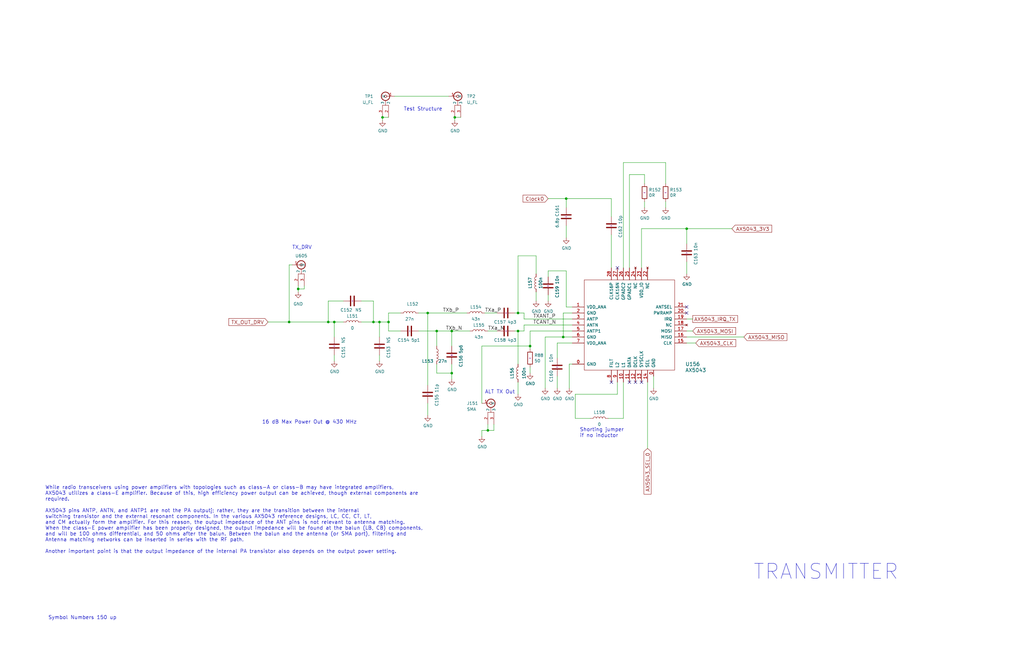
<source format=kicad_sch>
(kicad_sch (version 20230121) (generator eeschema)
  (paper "USLedger")
  (title_block (title "Radiation Tolerant PacSat Communication") (date "2023-06-17") (rev "A") (company "AMSAT-NA") (comment 1 "N5BRG"))
  (lib_symbols
    (symbol "Device:C" (pin_numbers hide) (pin_names (offset 0.254))
      (property "Reference" "C" (at 0.635 2.54 0))
      (property "Value" "C" (at 0.635 -2.54 0))
      (symbol "C_0_1"
        (polyline (pts (xy -2.032 -0.762) (xy 2.032 -0.762)) (stroke (width 0.508)))
        (polyline (pts (xy -2.032 0.762) (xy 2.032 0.762)) (stroke (width 0.508)))
      )
      (symbol "C_1_1"
        (pin passive line (at 0 3.81 270) (length 2.794) (name "~") (number "1"))
        (pin passive line (at 0 -3.81 90) (length 2.794) (name "~") (number "2"))
      )
    )
    (symbol "Device:L" (pin_numbers hide) (pin_names (offset 1.016) hide)
      (property "Reference" "L" (at -1.27 0 90))
      (property "Value" "L" (at 1.905 0 90))
      (symbol "L_0_1"
        (arc (start 0 -2.54) (mid 0.6323 -1.905) (end 0 -1.27))
        (arc (start 0 -1.27) (mid 0.6323 -0.635) (end 0 0))
        (arc (start 0 0) (mid 0.6323 0.635) (end 0 1.27))
        (arc (start 0 1.27) (mid 0.6323 1.905) (end 0 2.54))
      )
      (symbol "L_1_1"
        (pin passive line (at 0 3.81 270) (length 1.27) (name "1") (number "1"))
        (pin passive line (at 0 -3.81 90) (length 1.27) (name "2") (number "2"))
      )
    )
    (symbol "Device:R" (pin_numbers hide) (pin_names (offset 0))
      (property "Reference" "R" (at 2.032 0 90))
      (property "Value" "R" (at 0 0 90))
      (symbol "R_0_1"
        (rectangle (start -1.016 -2.54) (end 1.016 2.54) (stroke (width 0.254)))
      )
      (symbol "R_1_1"
        (pin passive line (at 0 3.81 270) (length 1.27) (name "~") (number "1"))
        (pin passive line (at 0 -3.81 90) (length 1.27) (name "~") (number "2"))
      )
    )
    (symbol "PACSAT_DEV_misc:AX5043" (pin_names (offset 1.016))
      (property "Reference" "U156" (at 16.51 -21.59 0))
      (property "Value" "AX5043" (at -5.08 0 0))
      (symbol "AX5043_0_1"
        (rectangle (start -19.05 19.05) (end 19.05 -19.05))
      )
      (symbol "AX5043_1_1"
        (pin passive line (at -24.13 -16.51 0) (length 5.08) (name "GND") (number "0"))
        (pin power_in line (at 10.16 -21.59 90) (length 2.54) (name "GND") (number "0"))
        (pin passive line (at -24.13 7.62 0) (length 5.08) (name "VDD_ANA") (number "1"))
        (pin passive line (at -2.54 -24.13 90) (length 5.08) (name "L1") (number "10"))
        (pin input line (at 0 -24.13 90) (length 5.08) (name "DATA") (number "11"))
        (pin input line (at 2.54 -24.13 90) (length 5.08) (name "DCLK") (number "12"))
        (pin output line (at 5.08 -24.13 90) (length 5.08) (name "SYSCLK") (number "13"))
        (pin input line (at 7.62 -24.13 90) (length 5.08) (name "SEL") (number "14"))
        (pin input line (at 24.13 -7.62 180) (length 5.08) (name "CLK") (number "15"))
        (pin tri_state line (at 24.13 -5.08 180) (length 5.08) (name "MISO") (number "16"))
        (pin input line (at 24.13 -2.54 180) (length 5.08) (name "MOSI") (number "17"))
        (pin no_connect line (at 24.13 0 180) (length 5.08) (name "NC") (number "18"))
        (pin output line (at 24.13 2.54 180) (length 5.08) (name "IRQ") (number "19"))
        (pin input line (at -24.13 5.08 0) (length 5.08) (name "GND") (number "2"))
        (pin output line (at 24.13 5.08 180) (length 5.08) (name "PWRAMP") (number "20"))
        (pin output line (at 24.13 7.62 180) (length 5.08) (name "ANTSEL") (number "21"))
        (pin no_connect line (at 7.62 24.13 270) (length 5.08) (name "NC") (number "22"))
        (pin passive line (at 5.08 24.13 270) (length 5.08) (name "VDD_IO") (number "23"))
        (pin no_connect line (at 2.54 24.13 270) (length 5.08) (name "NC") (number "24"))
        (pin input line (at 0 24.13 270) (length 5.08) (name "GPADC1") (number "25"))
        (pin input line (at -2.54 24.13 270) (length 5.08) (name "GPADC2") (number "26"))
        (pin passive line (at -5.08 24.13 270) (length 5.08) (name "CLK16N") (number "27"))
        (pin passive line (at -7.62 24.13 270) (length 5.08) (name "CLK16P") (number "28"))
        (pin bidirectional line (at -24.13 2.54 0) (length 5.08) (name "ANTP") (number "3"))
        (pin bidirectional line (at -24.13 0 0) (length 5.08) (name "ANTN") (number "4"))
        (pin output line (at -24.13 -2.54 0) (length 5.08) (name "ANTP1") (number "5"))
        (pin input line (at -24.13 -5.08 0) (length 5.08) (name "GND") (number "6"))
        (pin passive line (at -24.13 -7.62 0) (length 5.08) (name "VDD_ANA") (number "7"))
        (pin passive line (at -7.62 -24.13 90) (length 5.08) (name "FILT") (number "8"))
        (pin passive line (at -5.08 -24.13 90) (length 5.08) (name "L2") (number "9"))
      )
    )
    (symbol "PACSAT_DEV_misc:U_FL"
      (property "Reference" "U" (at -3.81 2.54 0))
      (symbol "U_FL_0_1"
        (polyline (pts (xy -1.27 -3.81) (xy 1.27 -3.81)))
        (polyline (pts (xy 0 -3.81) (xy 0 -1.778)))
        (circle (center 0 0) (radius 0.508) (stroke (width 0.2032)))
        (circle (center 0 0) (radius 1.778) (stroke (width 0.3048)))
      )
      (symbol "U_FL_1_1"
        (pin bidirectional line (at -3.81 0 0) (length 3.302) (name "In") (number "1"))
        (pin power_in line (at -1.27 -8.89 90) (length 5.08) (name "2") (number "2"))
        (pin power_in line (at 1.27 -8.89 90) (length 5.08) (name "3") (number "3"))
      )
    )
    (symbol "power:GND" (power) (pin_names (offset 0))
      (property "Value" "GND" (at 0 -3.81 0))
      (symbol "GND_0_1"
        (polyline (pts (xy 0 0) (xy 0 -1.27) (xy 1.27 -1.27) (xy 0 -2.54) (xy -1.27 -1.27) (xy 0 -1.27)))
      )
      (symbol "GND_1_1"
        (pin power_in line (at 0 0 270) (length 0) hide (name "GND") (number "1"))
      )
    )
  )
  (junction (at 184.15 139.7))
  (junction (at 180.34 132.08))
  (junction (at 125.73 121.92))
  (junction (at 138.43 135.89))
  (junction (at 190.5 139.7))
  (junction (at 191.77 49.53))
  (junction (at 237.49 142.24))
  (junction (at 157.48 135.89))
  (junction (at 121.92 135.89))
  (junction (at 205.74 181.61))
  (junction (at 140.97 135.89))
  (junction (at 218.44 139.7))
  (junction (at 160.02 135.89))
  (junction (at 223.52 146.05))
  (junction (at 161.29 49.53))
  (junction (at 190.5 157.48))
  (junction (at 218.44 132.08))
  (junction (at 163.83 135.89))
  (junction (at 238.76 83.82))
  (junction (at 289.56 96.52))
  (no_connect (at 260.35 113.03))
  (no_connect (at 267.97 161.29))
  (no_connect (at 257.81 161.29))
  (no_connect (at 289.56 129.54))
  (no_connect (at 270.51 161.29))
  (no_connect (at 265.43 161.29))
  (no_connect (at 289.56 132.08))
  (wire (pts (xy 180.34 132.08) (xy 196.85 132.08)))
  (wire (pts (xy 265.43 73.66) (xy 271.78 73.66)))
  (wire (pts (xy 238.76 114.3) (xy 231.14 114.3)))
  (wire (pts (xy 163.83 132.08) (xy 168.91 132.08)))
  (wire (pts (xy 237.49 142.24) (xy 241.3 142.24)))
  (wire (pts (xy 121.92 111.76) (xy 121.92 135.89)))
  (wire (pts (xy 191.77 49.53) (xy 191.77 50.8)))
  (wire (pts (xy 289.56 96.52) (xy 308.61 96.52)))
  (wire (pts (xy 223.52 139.7) (xy 241.3 139.7)))
  (wire (pts (xy 184.15 139.7) (xy 190.5 139.7)))
  (wire (pts (xy 280.67 68.58) (xy 280.67 77.47)))
  (wire (pts (xy 161.29 49.53) (xy 163.83 49.53)))
  (wire (pts (xy 160.02 149.86) (xy 160.02 152.4)))
  (wire (pts (xy 256.54 176.53) (xy 262.89 176.53)))
  (wire (pts (xy 205.74 181.61) (xy 208.28 181.61)))
  (wire (pts (xy 180.34 132.08) (xy 180.34 162.56)))
  (wire (pts (xy 238.76 129.54) (xy 238.76 114.3)))
  (wire (pts (xy 138.43 135.89) (xy 140.97 135.89)))
  (wire (pts (xy 161.29 49.53) (xy 161.29 50.8)))
  (wire (pts (xy 163.83 139.7) (xy 168.91 139.7)))
  (wire (pts (xy 257.81 99.06) (xy 257.81 113.03)))
  (wire (pts (xy 144.78 127) (xy 138.43 127)))
  (wire (pts (xy 208.28 179.07) (xy 208.28 181.61)))
  (wire (pts (xy 260.35 166.37) (xy 242.57 166.37)))
  (wire (pts (xy 204.47 132.08) (xy 209.55 132.08)))
  (wire (pts (xy 231.14 114.3) (xy 231.14 116.84)))
  (wire (pts (xy 289.56 102.87) (xy 289.56 96.52)))
  (wire (pts (xy 203.2 181.61) (xy 205.74 181.61)))
  (wire (pts (xy 231.14 124.46) (xy 231.14 127)))
  (wire (pts (xy 223.52 146.05) (xy 203.2 146.05)))
  (wire (pts (xy 218.44 107.95) (xy 218.44 132.08)))
  (wire (pts (xy 125.73 121.92) (xy 128.27 121.92)))
  (wire (pts (xy 220.98 139.7) (xy 220.98 137.16)))
  (wire (pts (xy 160.02 142.24) (xy 160.02 135.89)))
  (wire (pts (xy 176.53 132.08) (xy 180.34 132.08)))
  (wire (pts (xy 190.5 157.48) (xy 190.5 160.02)))
  (wire (pts (xy 191.77 49.53) (xy 194.31 49.53)))
  (wire (pts (xy 265.43 73.66) (xy 265.43 113.03)))
  (wire (pts (xy 140.97 149.86) (xy 140.97 152.4)))
  (wire (pts (xy 180.34 170.18) (xy 180.34 175.26)))
  (wire (pts (xy 184.15 153.67) (xy 184.15 157.48)))
  (wire (pts (xy 203.2 146.05) (xy 203.2 170.18)))
  (wire (pts (xy 190.5 139.7) (xy 198.12 139.7)))
  (wire (pts (xy 229.87 142.24) (xy 237.49 142.24)))
  (wire (pts (xy 262.89 161.29) (xy 262.89 176.53)))
  (wire (pts (xy 190.5 153.67) (xy 190.5 157.48)))
  (wire (pts (xy 257.81 83.82) (xy 238.76 83.82)))
  (wire (pts (xy 152.4 127) (xy 157.48 127)))
  (wire (pts (xy 226.06 107.95) (xy 226.06 115.57)))
  (wire (pts (xy 184.15 157.48) (xy 190.5 157.48)))
  (wire (pts (xy 226.06 107.95) (xy 218.44 107.95)))
  (wire (pts (xy 176.53 139.7) (xy 184.15 139.7)))
  (wire (pts (xy 223.52 139.7) (xy 223.52 146.05)))
  (wire (pts (xy 240.03 153.67) (xy 240.03 163.83)))
  (wire (pts (xy 242.57 166.37) (xy 242.57 176.53)))
  (wire (pts (xy 241.3 132.08) (xy 237.49 132.08)))
  (wire (pts (xy 270.51 96.52) (xy 289.56 96.52)))
  (wire (pts (xy 157.48 127) (xy 157.48 135.89)))
  (wire (pts (xy 217.17 132.08) (xy 218.44 132.08)))
  (wire (pts (xy 280.67 85.09) (xy 280.67 87.63)))
  (wire (pts (xy 289.56 134.62) (xy 292.1 134.62)))
  (wire (pts (xy 217.17 139.7) (xy 218.44 139.7)))
  (wire (pts (xy 123.19 111.76) (xy 121.92 111.76)))
  (wire (pts (xy 140.97 135.89) (xy 144.78 135.89)))
  (wire (pts (xy 289.56 139.7) (xy 292.1 139.7)))
  (wire (pts (xy 273.05 161.29) (xy 273.05 189.23)))
  (wire (pts (xy 271.78 85.09) (xy 271.78 87.63)))
  (wire (pts (xy 223.52 154.94) (xy 223.52 157.48)))
  (wire (pts (xy 220.98 134.62) (xy 241.3 134.62)))
  (wire (pts (xy 140.97 142.24) (xy 140.97 135.89)))
  (wire (pts (xy 203.2 181.61) (xy 203.2 184.15)))
  (wire (pts (xy 205.74 179.07) (xy 205.74 181.61)))
  (wire (pts (xy 289.56 110.49) (xy 289.56 115.57)))
  (wire (pts (xy 190.5 139.7) (xy 190.5 146.05)))
  (wire (pts (xy 184.15 139.7) (xy 184.15 146.05)))
  (wire (pts (xy 234.95 144.78) (xy 234.95 151.13)))
  (wire (pts (xy 205.74 139.7) (xy 209.55 139.7)))
  (wire (pts (xy 125.73 120.65) (xy 125.73 121.92)))
  (wire (pts (xy 241.3 153.67) (xy 240.03 153.67)))
  (wire (pts (xy 218.44 161.29) (xy 218.44 166.37)))
  (wire (pts (xy 262.89 68.58) (xy 280.67 68.58)))
  (wire (pts (xy 238.76 83.82) (xy 238.76 87.63)))
  (wire (pts (xy 270.51 113.03) (xy 270.51 96.52)))
  (wire (pts (xy 113.03 135.89) (xy 121.92 135.89)))
  (wire (pts (xy 241.3 129.54) (xy 238.76 129.54)))
  (wire (pts (xy 218.44 139.7) (xy 220.98 139.7)))
  (wire (pts (xy 218.44 132.08) (xy 220.98 132.08)))
  (wire (pts (xy 229.87 163.83) (xy 229.87 142.24)))
  (wire (pts (xy 242.57 176.53) (xy 248.92 176.53)))
  (wire (pts (xy 152.4 135.89) (xy 157.48 135.89)))
  (wire (pts (xy 220.98 132.08) (xy 220.98 134.62)))
  (wire (pts (xy 166.37 40.64) (xy 189.23 40.64)))
  (wire (pts (xy 289.56 144.78) (xy 293.37 144.78)))
  (wire (pts (xy 160.02 135.89) (xy 163.83 135.89)))
  (wire (pts (xy 138.43 127) (xy 138.43 135.89)))
  (wire (pts (xy 289.56 142.24) (xy 313.69 142.24)))
  (wire (pts (xy 157.48 135.89) (xy 160.02 135.89)))
  (wire (pts (xy 275.59 158.75) (xy 275.59 163.83)))
  (wire (pts (xy 121.92 135.89) (xy 138.43 135.89)))
  (wire (pts (xy 262.89 68.58) (xy 262.89 113.03)))
  (wire (pts (xy 257.81 83.82) (xy 257.81 91.44)))
  (wire (pts (xy 238.76 83.82) (xy 231.14 83.82)))
  (wire (pts (xy 220.98 137.16) (xy 241.3 137.16)))
  (wire (pts (xy 241.3 144.78) (xy 234.95 144.78)))
  (wire (pts (xy 234.95 158.75) (xy 234.95 163.83)))
  (wire (pts (xy 237.49 132.08) (xy 237.49 142.24)))
  (wire (pts (xy 125.73 121.92) (xy 125.73 123.19)))
  (wire (pts (xy 163.83 132.08) (xy 163.83 135.89)))
  (wire (pts (xy 223.52 146.05) (xy 223.52 147.32)))
  (wire (pts (xy 218.44 139.7) (xy 218.44 153.67)))
  (wire (pts (xy 226.06 123.19) (xy 226.06 127)))
  (wire (pts (xy 163.83 135.89) (xy 163.83 139.7)))
  (wire (pts (xy 260.35 161.29) (xy 260.35 166.37)))
  (wire (pts (xy 238.76 95.25) (xy 238.76 100.33)))
  (wire (pts (xy 271.78 73.66) (xy 271.78 77.47)))
  (wire (pts (xy 128.27 120.65) (xy 128.27 121.92)))
  (text "TX_DRV" (at 123.19 105.41 0) (effects (font (size 1.524 1.524)) (justify left bottom)))
  (text "Symbol Numbers 150 up" (at 20.32 261.62 0) (effects (font (size 1.524 1.524)) (justify left bottom)))
  (text "16 dB Max Power Out @ 430 MHz" (at 110.49 179.07 0) (effects (font (size 1.524 1.524)) (justify left bottom)))
  (text "Test Structure" (at 170.18 46.99 0) (effects (font (size 1.524 1.524)) (justify left bottom)))
  (text "TRANSMITTER" (at 317.5 245.11 0) (effects (font (size 6.35 6.35)) (justify left bottom)))
  (text "While radio transceivers using power amplifiers with topologies such as class-A or class-B may have integrated amplifiers, \nAX5043 utilizes a class-E amplifier. Because of this, high efficiency power output can be achieved, though external components are \nrequired.\n\nAX5043 pins ANTP, ANTN, and ANTP1 are not the PA outputj; rather, they are the transition between the internal \nswitching transistor and the external resonant components. In the various AX5043 reference designs, LC, CC, CT, LT, \nand CM actually form the amplifier. For this reason, the output impedance of the ANT pins is not relevant to antenna matching. \nWhen the class-E power amplifier has been properly designed, the output impedance will be found at the balun (LB, CB) components, \nand will be 100 ohms differential, and 50 ohms after the balun. Between the balun and the antenna (or SMA port), filtering and \nAntenna matching networks can be inserted in series with the RF path.\n\nAnother important point is that the output impedance of the internal PA transistor also depends on the output power setting." (at 19.05 233.68 0) (effects (font (size 1.524 1.524)) (justify left bottom)))
  (text "ALT TX Out" (at 204.47 166.37 0) (effects (font (size 1.524 1.524)) (justify left bottom)))
  (text "Shorting jumper\nif no inductor" (at 244.475 184.785 0) (effects (font (size 1.524 1.524)) (justify left bottom)))
  (label "TXa_P" (at 204.47 132.08 0) (effects (font (size 1.524 1.524))))
  (label "TXa_N" (at 205.74 139.7 0) (effects (font (size 1.524 1.524))))
  (label "TXANT_P" (at 224.79 134.62 0) (effects (font (size 1.524 1.524))))
  (label "TCANT_N" (at 224.79 137.16 0) (effects (font (size 1.524 1.524))))
  (label "TXb_P" (at 186.69 132.08 0) (effects (font (size 1.524 1.524))))
  (label "TXb_N" (at 187.96 139.7 0) (effects (font (size 1.524 1.524))))
  (global_label "AX5043_CLK" (shape input) (at 293.37 144.78 0) (effects (font (size 1.524 1.524))) (property "Intersheetrefs" "${INTERSHEET_REFS}" (effects hide)))
  (global_label "AX5043_MISO" (shape input) (at 313.69 142.24 0) (effects (font (size 1.524 1.524))) (property "Intersheetrefs" "${INTERSHEET_REFS}" (effects hide)))
  (global_label "AX5043_SEL_0" (shape input) (at 273.05 189.23 270) (effects (font (size 1.524 1.524))) (property "Intersheetrefs" "${INTERSHEET_REFS}" (effects hide)))
  (global_label "Clock0" (shape input) (at 231.14 83.82 180) (effects (font (size 1.524 1.524))) (property "Intersheetrefs" "${INTERSHEET_REFS}" (effects hide)))
  (global_label "AX5043_MOSI" (shape input) (at 292.1 139.7 0) (effects (font (size 1.524 1.524))) (property "Intersheetrefs" "${INTERSHEET_REFS}" (effects hide)))
  (global_label "AX5043_3V3" (shape input) (at 308.61 96.52 0) (effects (font (size 1.524 1.524))) (property "Intersheetrefs" "${INTERSHEET_REFS}" (effects hide)))
  (global_label "AX5043_IRQ_TX" (shape passive) (at 292.1 134.62 0) (effects (font (size 1.524 1.524))) (property "Intersheetrefs" "${INTERSHEET_REFS}" (effects hide)))
  (global_label "TX_OUT_DRV" (shape input) (at 113.03 135.89 180) (effects (font (size 1.524 1.524))) (property "Intersheetrefs" "${INTERSHEET_REFS}" (effects hide)))
  (symbol (lib_id "Device:C") (at 213.36 132.08 270) (unit 1)
    (property "Reference" "C157" (at 210.82 135.89 90))
    (property "Value" "4p3" (at 215.9 135.89 90))
    (property "Footprint" "Capacitor_SMD:C_0603_1608Metric_Pad1.08x0.95mm_HandSolder" (effects hide))
    (property "Datasheet" "~" (at 213.36 132.08 0))
  )
  (symbol (lib_id "power:GND") (at 289.56 115.57 0) (unit 1)
    (property "Reference" "#PWR0184" (effects hide))
    (property "Value" "GND" (at 289.687 119.9642 0))
  )
  (symbol (lib_id "Device:C") (at 213.36 139.7 270) (unit 1)
    (property "Reference" "C158" (at 210.82 143.51 90))
    (property "Value" "4p3" (at 215.9 143.51 90))
    (property "Footprint" "Capacitor_SMD:C_0603_1608Metric_Pad1.08x0.95mm_HandSolder" (effects hide))
    (property "Datasheet" "~" (at 213.36 139.7 0))
  )
  (symbol (lib_id "Device:C") (at 231.14 120.65 0) (unit 1)
    (property "Reference" "C159" (at 234.95 123.19 90))
    (property "Value" "10n" (at 234.95 118.11 90))
    (property "Footprint" "Capacitor_SMD:C_0603_1608Metric_Pad1.08x0.95mm_HandSolder" (effects hide))
    (property "Datasheet" "~" (at 231.14 120.65 0))
  )
  (symbol (lib_id "power:GND") (at 226.06 127 0) (unit 1)
    (property "Reference" "#PWR0175" (effects hide))
    (property "Value" "GND" (at 226.187 131.3942 0))
  )
  (symbol (lib_id "power:GND") (at 218.44 166.37 0) (unit 1)
    (property "Reference" "#PWR0173" (effects hide))
    (property "Value" "GND" (at 218.567 170.7642 0))
  )
  (symbol (lib_id "Device:C") (at 289.56 106.68 0) (unit 1)
    (property "Reference" "C163" (at 293.37 109.22 90))
    (property "Value" "10n" (at 293.37 104.14 90))
    (property "Footprint" "Capacitor_SMD:C_0603_1608Metric_Pad1.08x0.95mm_HandSolder" (effects hide))
    (property "Datasheet" "~" (at 289.56 106.68 0))
  )
  (symbol (lib_id "power:GND") (at 231.14 127 0) (unit 1)
    (property "Reference" "#PWR0177" (effects hide))
    (property "Value" "GND" (at 231.267 131.3942 0))
  )
  (symbol (lib_id "power:GND") (at 229.87 163.83 0) (unit 1)
    (property "Reference" "#PWR0176" (effects hide))
    (property "Value" "GND" (at 229.997 168.2242 0))
  )
  (symbol (lib_id "Device:C") (at 190.5 149.86 0) (unit 1)
    (property "Reference" "C156" (at 194.31 152.4 90))
    (property "Value" "5p6" (at 194.31 147.32 90))
    (property "Footprint" "Capacitor_SMD:C_0603_1608Metric_Pad1.08x0.95mm_HandSolder" (effects hide))
    (property "Datasheet" "~" (at 190.5 149.86 0))
  )
  (symbol (lib_id "Device:L") (at 184.15 149.86 0) (unit 1)
    (property "Reference" "L153" (at 180.34 152.4 0))
    (property "Value" "27n" (at 186.69 152.4 0))
    (property "Footprint" "PacSatDev_misc:L_Murata_LQH2MCNxxxx02_2.0x1.6mm" (effects hide))
  )
  (symbol (lib_id "power:GND") (at 190.5 160.02 0) (unit 1)
    (property "Reference" "#PWR0171" (effects hide))
    (property "Value" "GND" (at 190.627 164.4142 0))
  )
  (symbol (lib_id "Device:C") (at 172.72 139.7 270) (unit 1)
    (property "Reference" "C154" (at 170.18 143.51 90))
    (property "Value" "5p1" (at 175.26 143.51 90))
    (property "Footprint" "Capacitor_SMD:C_0603_1608Metric_Pad1.08x0.95mm_HandSolder" (effects hide))
    (property "Datasheet" "~" (at 172.72 139.7 0))
  )
  (symbol (lib_id "Device:C") (at 180.34 166.37 0) (unit 1)
    (property "Reference" "C155" (at 184.15 168.91 90))
    (property "Value" "11p" (at 184.15 163.83 90))
    (property "Footprint" "Capacitor_SMD:C_0603_1608Metric_Pad1.08x0.95mm_HandSolder" (effects hide))
    (property "Datasheet" "~" (at 180.34 166.37 0))
  )
  (symbol (lib_id "power:GND") (at 180.34 175.26 0) (unit 1)
    (property "Reference" "#PWR0170" (effects hide))
    (property "Value" "GND" (at 180.467 179.6542 0))
  )
  (symbol (lib_id "Device:C") (at 148.59 127 270) (unit 1)
    (property "Reference" "C152" (at 146.05 130.81 90))
    (property "Value" "NS" (at 151.13 130.81 90))
    (property "Footprint" "Capacitor_SMD:C_0603_1608Metric_Pad1.08x0.95mm_HandSolder" (effects hide))
    (property "Datasheet" "~" (at 148.59 127 0))
  )
  (symbol (lib_id "Device:C") (at 140.97 146.05 0) (unit 1)
    (property "Reference" "C151" (at 144.78 148.59 90))
    (property "Value" "NS" (at 144.78 143.51 90))
    (property "Footprint" "Capacitor_SMD:C_0603_1608Metric_Pad1.08x0.95mm_HandSolder" (effects hide))
    (property "Datasheet" "~" (at 140.97 146.05 0))
  )
  (symbol (lib_id "Device:C") (at 160.02 146.05 0) (unit 1)
    (property "Reference" "C153" (at 163.83 148.59 90))
    (property "Value" "NS" (at 163.83 143.51 90))
    (property "Footprint" "Capacitor_SMD:C_0603_1608Metric_Pad1.08x0.95mm_HandSolder" (effects hide))
    (property "Datasheet" "~" (at 160.02 146.05 0))
  )
  (symbol (lib_id "power:GND") (at 160.02 152.4 0) (unit 1)
    (property "Reference" "#PWR0169" (effects hide))
    (property "Value" "GND" (at 160.147 156.7942 0))
  )
  (symbol (lib_id "power:GND") (at 140.97 152.4 0) (unit 1)
    (property "Reference" "#PWR0167" (effects hide))
    (property "Value" "GND" (at 141.097 156.7942 0))
  )
  (symbol (lib_id "Device:C") (at 234.95 154.94 0) (unit 1)
    (property "Reference" "C160" (at 232.41 158.75 90))
    (property "Value" "10n" (at 232.41 151.13 90))
    (property "Footprint" "Capacitor_SMD:C_0603_1608Metric_Pad1.08x0.95mm_HandSolder" (effects hide))
    (property "Datasheet" "~" (at 234.95 154.94 0))
  )
  (symbol (lib_id "power:GND") (at 234.95 163.83 0) (unit 1)
    (property "Reference" "#PWR0178" (effects hide))
    (property "Value" "GND" (at 235.077 168.2242 0))
  )
  (symbol (lib_id "power:GND") (at 240.03 163.83 0) (unit 1)
    (property "Reference" "#PWR0180" (effects hide))
    (property "Value" "GND" (at 240.157 168.2242 0))
  )
  (symbol (lib_id "Device:R") (at 271.78 81.28 0) (unit 1)
    (property "Reference" "R152" (at 273.558 80.1116 0) (effects (justify left)))
    (property "Value" "0R" (at 273.558 82.423 0) (effects (justify left)))
    (property "Footprint" "Resistor_SMD:R_0603_1608Metric_Pad0.98x0.95mm_HandSolder" (effects hide))
    (property "Datasheet" "~" (at 271.78 81.28 0))
  )
  (symbol (lib_id "Device:R") (at 280.67 81.28 0) (unit 1)
    (property "Reference" "R153" (at 282.448 80.1116 0) (effects (justify left)))
    (property "Value" "0R" (at 282.448 82.423 0) (effects (justify left)))
    (property "Footprint" "Resistor_SMD:R_0603_1608Metric_Pad0.98x0.95mm_HandSolder" (effects hide))
    (property "Datasheet" "~" (at 280.67 81.28 0))
  )
  (symbol (lib_id "power:GND") (at 271.78 87.63 0) (unit 1)
    (property "Reference" "#PWR0181" (effects hide))
    (property "Value" "GND" (at 271.907 92.0242 0))
  )
  (symbol (lib_id "power:GND") (at 280.67 87.63 0) (unit 1)
    (property "Reference" "#PWR0183" (effects hide))
    (property "Value" "GND" (at 280.797 92.0242 0))
  )
  (symbol (lib_id "Device:R") (at 223.52 151.13 0) (unit 1)
    (property "Reference" "R88" (at 225.298 149.9616 0) (effects (justify left)))
    (property "Value" "50" (at 225.298 152.273 0) (effects (justify left)))
    (property "Footprint" "Resistor_SMD:R_0603_1608Metric_Pad0.98x0.95mm_HandSolder" (effects hide))
    (property "Datasheet" "~" (at 223.52 151.13 0))
    (instances (project "pACsAT_dEV_rEVc_230907" (path "" (reference "R88") (unit 1)) (path "" (reference "R151") (unit 1))))
  )
  (symbol (lib_id "power:GND") (at 223.52 157.48 0) (unit 1)
    (property "Reference" "#PWR0191" (effects hide))
    (property "Value" "GND" (at 223.647 161.8742 0))
    (instances (project "pACsAT_dEV_rEVc_230907" (path "" (reference "#PWR0191") (unit 1)) (path "" (reference "#PWR0174") (unit 1))))
  )
  (symbol (lib_id "Device:L") (at 148.59 135.89 90) (unit 1)
    (property "Reference" "L151" (at 148.59 133.35 90))
    (property "Value" "0" (at 148.59 138.43 90))
    (property "Footprint" "PacSatDev_misc:L_Murata_LQH2MCNxxxx02_2.0x1.6mm" (effects hide))
  )
  (symbol (lib_id "Device:C") (at 257.81 95.25 0) (unit 1)
    (property "Reference" "C162" (at 261.62 97.79 90))
    (property "Value" "10p" (at 261.62 92.71 90))
    (property "Footprint" "Capacitor_SMD:C_0603_1608Metric_Pad1.08x0.95mm_HandSolder" (effects hide))
    (property "Datasheet" "~" (at 257.81 95.25 0))
  )
  (symbol (lib_id "power:GND") (at 161.29 50.8 0) (unit 1)
    (property "Reference" "#PWR086" (effects hide))
    (property "Value" "GND" (at 161.417 55.1942 0))
  )
  (symbol (lib_id "PACSAT_DEV_misc:U_FL") (at 162.56 40.64 0) (mirror y) (unit 1)
    (property "Reference" "TP1" (at 157.48 40.64 0) (effects (justify left)))
    (property "Value" "U_FL" (at 157.48 43.18 0) (effects (justify left)))
    (property "Footprint" "PacSatDev_misc:U_FL SMD" (effects hide))
  )
  (symbol (lib_id "power:GND") (at 275.59 163.83 0) (unit 1)
    (property "Reference" "#PWR0182" (effects hide))
    (property "Value" "GND" (at 275.717 168.2242 0))
  )
  (symbol (lib_id "Device:L") (at 201.93 139.7 90) (unit 1)
    (property "Reference" "L155" (at 201.93 137.16 90))
    (property "Value" "43n" (at 201.93 142.24 90))
    (property "Footprint" "PacSatDev_misc:L_Murata_LQH2MCNxxxx02_2.0x1.6mm" (effects hide))
  )
  (symbol (lib_id "PACSAT_DEV_misc:U_FL") (at 207.01 170.18 0) (unit 1)
    (property "Reference" "J151" (at 196.85 170.18 0) (effects (justify left)))
    (property "Value" "SMA" (at 196.85 172.72 0) (effects (justify left)))
    (property "Footprint" "PacSatDev_misc:U_FL" (effects hide))
  )
  (symbol (lib_id "Device:L") (at 226.06 119.38 180) (unit 1)
    (property "Reference" "L157" (at 223.52 119.38 90))
    (property "Value" "100n" (at 227.965 119.38 90))
    (property "Footprint" "PacSatDev_misc:L_Murata_LQH2MCNxxxx02_2.0x1.6mm" (effects hide))
  )
  (symbol (lib_id "Device:L") (at 252.73 176.53 90) (unit 1)
    (property "Reference" "L158" (at 252.73 173.99 90))
    (property "Value" "0" (at 252.73 179.07 90))
    (property "Footprint" "PacSatDev_misc:L_Murata_LQH2MCNxxxx02_2.0x1.6mm" (effects hide))
  )
  (symbol (lib_id "Device:L") (at 200.66 132.08 90) (unit 1)
    (property "Reference" "L154" (at 200.66 129.54 90))
    (property "Value" "43n" (at 200.66 134.62 90))
    (property "Footprint" "PacSatDev_misc:L_Murata_LQH2MCNxxxx02_2.0x1.6mm" (effects hide))
  )
  (symbol (lib_id "power:GND") (at 125.73 123.19 0) (unit 1)
    (property "Reference" "#PWR0614" (effects hide))
    (property "Value" "GND" (at 125.73 128.27 0))
    (instances (project "pACsAT_dEV_rEVc_230907" (path "" (reference "#PWR0614") (unit 1)) (path "" (reference "#PWR0166") (unit 1))))
  )
  (symbol (lib_id "power:GND") (at 203.2 184.15 0) (unit 1)
    (property "Reference" "#PWR0172" (effects hide))
    (property "Value" "GND" (at 203.327 188.5442 0))
  )
  (symbol (lib_id "PACSAT_DEV_misc:AX5043") (at 265.43 137.16 0) (unit 1)
    (property "Reference" "U156" (at 292.1 153.67 0) (effects (font (size 1.524 1.524))))
    (property "Value" "AX5043" (at 293.37 156.21 0) (effects (font (size 1.524 1.524))))
    (property "Footprint" "PacSatDev_onsemi:QFN28" (effects hide))
  )
  (symbol (lib_id "Device:L") (at 218.44 157.48 180) (unit 1)
    (property "Reference" "L156" (at 215.9 157.48 90))
    (property "Value" "100n" (at 220.98 157.48 90))
    (property "Footprint" "PacSatDev_misc:L_Murata_LQH2MCNxxxx02_2.0x1.6mm" (effects hide))
  )
  (symbol (lib_id "power:GND") (at 238.76 100.33 0) (unit 1)
    (property "Reference" "#PWR0179" (effects hide))
    (property "Value" "GND" (at 238.887 104.7242 0))
  )
  (symbol (lib_id "PACSAT_DEV_misc:U_FL") (at 193.04 40.64 0) (unit 1)
    (property "Reference" "TP2" (at 196.85 40.64 0) (effects (justify left)))
    (property "Value" "U_FL" (at 196.85 43.18 0) (effects (justify left)))
    (property "Footprint" "PacSatDev_misc:U_FL SMD" (effects hide))
  )
  (symbol (lib_id "Device:C") (at 238.76 91.44 180) (unit 1)
    (property "Reference" "C161" (at 234.95 88.9 90))
    (property "Value" "6.8p" (at 234.95 93.98 90))
    (property "Footprint" "Capacitor_SMD:C_0603_1608Metric_Pad1.08x0.95mm_HandSolder" (effects hide))
    (property "Datasheet" "~" (at 238.76 91.44 0))
  )
  (symbol (lib_id "PACSAT_DEV_misc:U_FL") (at 127 111.76 0) (unit 1)
    (property "Reference" "U605" (at 124.46 107.95 0) (effects (justify left)))
    (property "Value" "~" (at 127 111.76 0))
    (property "Footprint" "PacSatDev_misc:U_FL" (effects hide))
    (instances (project "pACsAT_dEV_rEVc_230907" (path "" (reference "U605") (unit 1)) (path "" (reference "U155") (unit 1))))
  )
  (symbol (lib_id "Device:L") (at 172.72 132.08 90) (unit 1)
    (property "Reference" "L152" (at 173.99 128.27 90))
    (property "Value" "27n" (at 172.72 134.62 90))
    (property "Footprint" "PacSatDev_misc:L_Murata_LQH2MCNxxxx02_2.0x1.6mm" (effects hide))
  )
  (symbol (lib_id "power:GND") (at 191.77 50.8 0) (unit 1)
    (property "Reference" "#PWR0102" (effects hide))
    (property "Value" "GND" (at 191.897 55.1942 0))
  )
)
</source>
